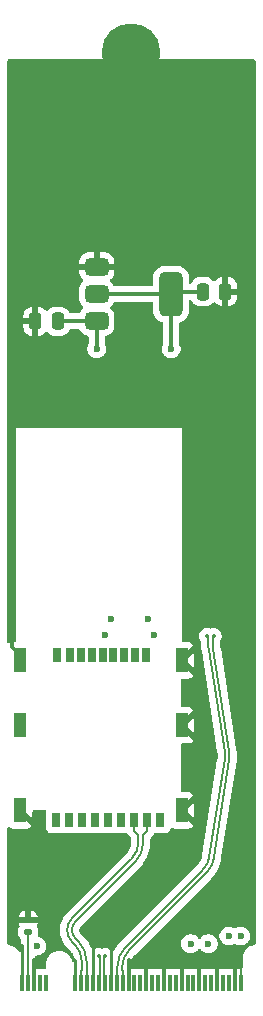
<source format=gtl>
%TF.GenerationSoftware,KiCad,Pcbnew,9.0.1*%
%TF.CreationDate,2025-04-25T13:26:33+02:00*%
%TF.ProjectId,m2-e-usdex,6d322d65-2d75-4736-9465-782e6b696361,rev?*%
%TF.SameCoordinates,Original*%
%TF.FileFunction,Copper,L1,Top*%
%TF.FilePolarity,Positive*%
%FSLAX46Y46*%
G04 Gerber Fmt 4.6, Leading zero omitted, Abs format (unit mm)*
G04 Created by KiCad (PCBNEW 9.0.1) date 2025-04-25 13:26:33*
%MOMM*%
%LPD*%
G01*
G04 APERTURE LIST*
G04 Aperture macros list*
%AMRoundRect*
0 Rectangle with rounded corners*
0 $1 Rounding radius*
0 $2 $3 $4 $5 $6 $7 $8 $9 X,Y pos of 4 corners*
0 Add a 4 corners polygon primitive as box body*
4,1,4,$2,$3,$4,$5,$6,$7,$8,$9,$2,$3,0*
0 Add four circle primitives for the rounded corners*
1,1,$1+$1,$2,$3*
1,1,$1+$1,$4,$5*
1,1,$1+$1,$6,$7*
1,1,$1+$1,$8,$9*
0 Add four rect primitives between the rounded corners*
20,1,$1+$1,$2,$3,$4,$5,0*
20,1,$1+$1,$4,$5,$6,$7,0*
20,1,$1+$1,$6,$7,$8,$9,0*
20,1,$1+$1,$8,$9,$2,$3,0*%
G04 Aperture macros list end*
%TA.AperFunction,SMDPad,CuDef*%
%ADD10RoundRect,0.250000X-0.250000X-0.475000X0.250000X-0.475000X0.250000X0.475000X-0.250000X0.475000X0*%
%TD*%
%TA.AperFunction,SMDPad,CuDef*%
%ADD11RoundRect,0.135000X-0.185000X0.135000X-0.185000X-0.135000X0.185000X-0.135000X0.185000X0.135000X0*%
%TD*%
%TA.AperFunction,SMDPad,CuDef*%
%ADD12RoundRect,0.375000X-0.625000X-0.375000X0.625000X-0.375000X0.625000X0.375000X-0.625000X0.375000X0*%
%TD*%
%TA.AperFunction,SMDPad,CuDef*%
%ADD13RoundRect,0.500000X-0.500000X-1.400000X0.500000X-1.400000X0.500000X1.400000X-0.500000X1.400000X0*%
%TD*%
%TA.AperFunction,ConnectorPad*%
%ADD14R,0.350000X1.450000*%
%TD*%
%TA.AperFunction,ConnectorPad*%
%ADD15C,5.000000*%
%TD*%
%TA.AperFunction,SMDPad,CuDef*%
%ADD16RoundRect,0.250000X0.250000X0.475000X-0.250000X0.475000X-0.250000X-0.475000X0.250000X-0.475000X0*%
%TD*%
%TA.AperFunction,SMDPad,CuDef*%
%ADD17R,0.700000X1.200000*%
%TD*%
%TA.AperFunction,SMDPad,CuDef*%
%ADD18R,1.100000X2.100000*%
%TD*%
%TA.AperFunction,ViaPad*%
%ADD19C,0.600000*%
%TD*%
%TA.AperFunction,ViaPad*%
%ADD20C,0.350000*%
%TD*%
%TA.AperFunction,Conductor*%
%ADD21C,0.350000*%
%TD*%
%TA.AperFunction,Conductor*%
%ADD22C,0.250000*%
%TD*%
%TA.AperFunction,Conductor*%
%ADD23C,0.200000*%
%TD*%
%TA.AperFunction,Conductor*%
%ADD24C,0.205232*%
%TD*%
G04 APERTURE END LIST*
D10*
%TO.P,C2,1*%
%TO.N,+1V8*%
X275300000Y-76950000D03*
%TO.P,C2,2*%
%TO.N,GND*%
X277200000Y-76950000D03*
%TD*%
D11*
%TO.P,R1,1*%
%TO.N,GND*%
X260500000Y-130130000D03*
%TO.P,R1,2*%
%TO.N,Net-(J1-VIO_CFG{slash}GND)*%
X260500000Y-131150000D03*
%TD*%
D12*
%TO.P,U1,1,GND*%
%TO.N,GND*%
X266300000Y-74850000D03*
%TO.P,U1,2,VO*%
%TO.N,+1V8*%
X266300000Y-77150000D03*
D13*
X272600000Y-77150000D03*
D12*
%TO.P,U1,3,VI*%
%TO.N,+3V3*%
X266300000Y-79450000D03*
%TD*%
D14*
%TO.P,J1,1,GND*%
%TO.N,GND*%
X278500000Y-135500000D03*
%TO.P,J1,3,GND*%
X278000000Y-135500000D03*
%TO.P,J1,5,PETn3*%
%TO.N,unconnected-(J1-PETn3-Pad5)*%
X277500000Y-135500000D03*
%TO.P,J1,7,PETp3*%
%TO.N,unconnected-(J1-PETp3-Pad7)*%
X277000000Y-135500000D03*
%TO.P,J1,9,GND*%
%TO.N,GND*%
X276500000Y-135500000D03*
%TO.P,J1,11,PERn3*%
%TO.N,unconnected-(J1-PERn3-Pad11)*%
X276000000Y-135500000D03*
%TO.P,J1,13,PERp3*%
%TO.N,unconnected-(J1-PERp3-Pad13)*%
X275500000Y-135500000D03*
%TO.P,J1,15,GND*%
%TO.N,GND*%
X275000000Y-135500000D03*
%TO.P,J1,17,PETn2*%
%TO.N,unconnected-(J1-PETn2-Pad17)*%
X274500000Y-135500000D03*
%TO.P,J1,19,PETp2*%
%TO.N,unconnected-(J1-PETp2-Pad19)*%
X274000000Y-135500000D03*
%TO.P,J1,21,GND*%
%TO.N,GND*%
X273500000Y-135500000D03*
%TO.P,J1,23,PERn2*%
%TO.N,unconnected-(J1-PERn2-Pad23)*%
X273000000Y-135500000D03*
%TO.P,J1,25,PERp2*%
%TO.N,unconnected-(J1-PERp2-Pad25)*%
X272500000Y-135500000D03*
%TO.P,J1,27,GND*%
%TO.N,GND*%
X272000000Y-135500000D03*
%TO.P,J1,29,PETn1*%
%TO.N,unconnected-(J1-PETn1-Pad29)*%
X271500000Y-135500000D03*
%TO.P,J1,31,PETp1*%
%TO.N,unconnected-(J1-PETp1-Pad31)*%
X271000000Y-135500000D03*
%TO.P,J1,33,GND*%
%TO.N,GND*%
X270500000Y-135500000D03*
%TO.P,J1,35,PERn1*%
%TO.N,unconnected-(J1-PERn1-Pad35)*%
X270000000Y-135500000D03*
%TO.P,J1,37,PERp1*%
%TO.N,unconnected-(J1-PERp1-Pad37)*%
X269500000Y-135500000D03*
%TO.P,J1,39,GND*%
%TO.N,GND*%
X269000000Y-135500000D03*
%TO.P,J1,41,PETn0/SATA-B+*%
%TO.N,PCIe_RX-*%
X268500000Y-135500000D03*
%TO.P,J1,43,PETp0/SATA-B-*%
%TO.N,PCIe_RX+*%
X268000000Y-135500000D03*
%TO.P,J1,45,GND*%
%TO.N,GND*%
X267500000Y-135500000D03*
%TO.P,J1,47,PERn0/SATA-A-*%
%TO.N,PCIe_TX-*%
X267000000Y-135500000D03*
%TO.P,J1,49,PERp0/SATA-A+*%
%TO.N,PCIe_TX+*%
X266500000Y-135500000D03*
%TO.P,J1,51,GND*%
%TO.N,GND*%
X266000000Y-135500000D03*
%TO.P,J1,53,REFCLKn*%
%TO.N,REFCLK-*%
X265500000Y-135500000D03*
%TO.P,J1,55,REFCLKp*%
%TO.N,REFCLK+*%
X265000000Y-135500000D03*
%TO.P,J1,57,GND*%
%TO.N,GND*%
X264500000Y-135500000D03*
%TO.P,J1,67,NC*%
%TO.N,unconnected-(J1-NC-Pad67)*%
X262000000Y-135500000D03*
%TO.P,J1,69,PEDET*%
%TO.N,unconnected-(J1-PEDET-Pad69)*%
X261500000Y-135500000D03*
%TO.P,J1,71,GND*%
%TO.N,GND*%
X261000000Y-135500000D03*
%TO.P,J1,73,VIO_CFG/GND*%
%TO.N,Net-(J1-VIO_CFG{slash}GND)*%
X260500000Y-135500000D03*
%TO.P,J1,75,GND*%
%TO.N,GND*%
X260000000Y-135500000D03*
D15*
%TO.P,J1,76,GND*%
X269250000Y-56775000D03*
%TD*%
D16*
%TO.P,C1,1*%
%TO.N,+3V3*%
X263000000Y-79450000D03*
%TO.P,C1,2*%
%TO.N,GND*%
X261100000Y-79450000D03*
%TD*%
D17*
%TO.P,J2,1,~{CLKREQ}/DAT2*%
%TO.N,~{CLKREQ}*%
X262890000Y-121700000D03*
%TO.P,J2,2,~{PERST}/DAT3/CD*%
%TO.N,~{PERST}*%
X263990000Y-121700000D03*
%TO.P,J2,3,CMD*%
%TO.N,unconnected-(J2-CMD-Pad3)*%
X265090000Y-121700000D03*
%TO.P,J2,4,3V3*%
%TO.N,+3V3*%
X266190000Y-121700000D03*
%TO.P,J2,5,CLK*%
%TO.N,unconnected-(J2-CLK-Pad5)*%
X267290000Y-121700000D03*
D18*
%TO.P,J2,6,VSS1*%
%TO.N,GND*%
X273500000Y-120850000D03*
X273500000Y-113650000D03*
X273500000Y-108150000D03*
D17*
X268390000Y-121700000D03*
D18*
X259800000Y-120850000D03*
X259800000Y-113650000D03*
X259800000Y-108150000D03*
D17*
%TO.P,J2,7,REFCLK+/DAT0*%
%TO.N,REFCLK+*%
X269490000Y-121700000D03*
%TO.P,J2,8,REFCLK-/DAT1*%
%TO.N,REFCLK-*%
X270590000Y-121700000D03*
%TO.P,J2,9,1V8*%
%TO.N,+1V8*%
X262930000Y-107700000D03*
%TO.P,J2,10,VSS2*%
%TO.N,GND*%
X264990000Y-107700000D03*
%TO.P,J2,11,PCIe_TX+*%
%TO.N,PCIe_TX+*%
X265900000Y-107700000D03*
%TO.P,J2,12,PCIe_TX-*%
%TO.N,PCIe_TX-*%
X266810000Y-107700000D03*
%TO.P,J2,13,VSS3*%
%TO.N,GND*%
X267720000Y-107700000D03*
%TO.P,J2,14,PCIe_RX-*%
%TO.N,PCIe_RX_CARD-*%
X268630000Y-107700000D03*
%TO.P,J2,15,PCIe_RX+*%
%TO.N,PCIe_RX_CARD+*%
X269540000Y-107700000D03*
%TO.P,J2,16,VSS4*%
%TO.N,GND*%
X270450000Y-107700000D03*
%TO.P,J2,17,1V2*%
%TO.N,Net-(J2-1V2)*%
X264080000Y-107700000D03*
%TO.P,J2,18,DET*%
%TO.N,unconnected-(J2-DET-Pad18)*%
X271690000Y-121700000D03*
%TD*%
D19*
%TO.N,GND*%
X259200000Y-84000000D03*
X279000000Y-58000000D03*
X279000000Y-128000000D03*
X273000000Y-58000000D03*
X267720000Y-107700000D03*
X259200000Y-62000000D03*
X259200000Y-80000000D03*
X259200000Y-70000000D03*
X259500000Y-128000000D03*
X264990000Y-107700000D03*
X279000000Y-104000000D03*
X279000000Y-64000000D03*
X259200000Y-98000000D03*
X259200000Y-100000000D03*
X279000000Y-126000000D03*
X279000000Y-120000000D03*
X259200000Y-96000000D03*
X279000000Y-60000000D03*
X259200000Y-78000000D03*
X267030000Y-106000000D03*
D20*
X270500000Y-133550000D03*
D19*
X279000000Y-78000000D03*
D20*
X260000000Y-132350000D03*
D19*
X279000000Y-72000000D03*
X279000000Y-112000000D03*
X259200000Y-86000000D03*
X279000000Y-68000000D03*
X279000000Y-80000000D03*
X259200000Y-60000000D03*
X279000000Y-70000000D03*
X279000000Y-62000000D03*
X279000000Y-98000000D03*
X279000000Y-76000000D03*
X279000000Y-86000000D03*
X259800000Y-113650000D03*
X279000000Y-106000000D03*
X279000000Y-90000000D03*
D20*
X273500000Y-133550000D03*
D19*
X259200000Y-66000000D03*
X259200000Y-82000000D03*
X259800000Y-120850000D03*
X279000000Y-92000000D03*
D20*
X269000000Y-133550000D03*
D19*
X279000000Y-66000000D03*
X279000000Y-100000000D03*
X259200000Y-92000000D03*
X279000000Y-102000000D03*
X279000000Y-84000000D03*
X270450000Y-107700000D03*
X279000000Y-122000000D03*
X279000000Y-118000000D03*
X279000000Y-110000000D03*
X259200000Y-76000000D03*
X279000000Y-96000000D03*
X259500000Y-124000000D03*
X279000000Y-124000000D03*
X259200000Y-104000000D03*
X259200000Y-72000000D03*
X271140000Y-106000000D03*
X275000000Y-58000000D03*
X259200000Y-94000000D03*
X279000000Y-74000000D03*
D20*
X261900000Y-133100000D03*
D19*
X279000000Y-88000000D03*
X279000000Y-94000000D03*
D20*
X272000000Y-133550000D03*
D19*
X263000000Y-58000000D03*
X261000000Y-58000000D03*
X279000000Y-82000000D03*
X259200000Y-74000000D03*
X259800000Y-108150000D03*
X270640000Y-104700000D03*
D20*
X276500000Y-133550000D03*
D19*
X259200000Y-88000000D03*
X265000000Y-58000000D03*
X268390000Y-121700000D03*
X267530000Y-104700000D03*
X279000000Y-114000000D03*
X259200000Y-68000000D03*
X259200000Y-90000000D03*
X259200000Y-58000000D03*
X259500000Y-126000000D03*
X279000000Y-130000000D03*
X259200000Y-102000000D03*
X259200000Y-64000000D03*
X279000000Y-108000000D03*
X277000000Y-58000000D03*
%TO.N,+3V3*%
X275750000Y-132150000D03*
X266300000Y-81800000D03*
X274250000Y-132150000D03*
X266190000Y-121700000D03*
X277500000Y-131500000D03*
X261250000Y-132350000D03*
X278500000Y-131500000D03*
%TO.N,~{CLKREQ}*%
X262890000Y-121700000D03*
%TO.N,~{PERST}*%
X263990000Y-121700000D03*
%TO.N,+1V8*%
X262930000Y-107700000D03*
X272600000Y-81800000D03*
%TO.N,Net-(J2-1V2)*%
X264080000Y-107700000D03*
D20*
%TO.N,PCIe_RX_CARD-*%
X268630000Y-107700000D03*
%TO.N,PCIe_RX-*%
X276206600Y-106100000D03*
%TO.N,PCIe_RX+*%
X275653400Y-106100000D03*
%TO.N,PCIe_RX_CARD+*%
X269540000Y-107700000D03*
%TO.N,PCIe_TX+*%
X266473400Y-133200000D03*
X265900000Y-107700000D03*
%TO.N,PCIe_TX-*%
X266810000Y-107700000D03*
X267026600Y-133200000D03*
%TD*%
D21*
%TO.N,GND*%
X275000000Y-135500000D02*
X275000000Y-133550000D01*
D22*
X264500000Y-135500000D02*
X264500000Y-133500000D01*
D21*
X273500000Y-135500000D02*
X273500000Y-133550000D01*
X276500000Y-135500000D02*
X276500000Y-133550000D01*
D22*
X266000000Y-135500000D02*
X266000000Y-130500000D01*
D21*
X259800000Y-108150000D02*
X259800000Y-107700000D01*
D22*
X267500000Y-135500000D02*
X267500000Y-132000000D01*
D23*
X260000000Y-132350000D02*
X259990000Y-132340000D01*
D21*
X278000000Y-135500000D02*
X278000000Y-133550000D01*
D22*
X266000000Y-130500000D02*
X266750000Y-129750000D01*
D21*
X272000000Y-135500000D02*
X272000000Y-133550000D01*
X259100000Y-107000000D02*
X259100000Y-106000000D01*
D22*
X260000000Y-135500000D02*
X260000000Y-132350000D01*
D21*
X259250000Y-107150000D02*
X259100000Y-107000000D01*
D23*
X278500000Y-135500000D02*
X278500000Y-133550000D01*
D21*
X261000000Y-135500000D02*
X261000000Y-133550000D01*
X269000000Y-135500000D02*
X269000000Y-133550000D01*
X270500000Y-135500000D02*
X270500000Y-133550000D01*
X259800000Y-107700000D02*
X259250000Y-107150000D01*
D24*
%TO.N,REFCLK-*%
X270590000Y-122600001D02*
X270590000Y-121700000D01*
X264204216Y-131001196D02*
X264204216Y-130998804D01*
X264748802Y-131959996D02*
X264497109Y-131708303D01*
X265500000Y-134412499D02*
X265454216Y-134366715D01*
X270244216Y-122945785D02*
X270590000Y-122600001D01*
X265454216Y-134366715D02*
X265454216Y-133663015D01*
X270244216Y-123546985D02*
X270244216Y-122945785D01*
X264497109Y-130291697D02*
X269538803Y-125250003D01*
X265500000Y-135500000D02*
X265500000Y-134412499D01*
X264204216Y-130998804D02*
G75*
G02*
X264497111Y-130291699I999984J4D01*
G01*
X264748802Y-131959996D02*
G75*
G02*
X265454210Y-133663015I-1703002J-1703004D01*
G01*
X264204216Y-131001196D02*
G75*
G03*
X264497111Y-131708301I999984J-4D01*
G01*
X270244216Y-123546985D02*
G75*
G02*
X269538807Y-125250007I-2408416J-15D01*
G01*
D21*
%TO.N,+3V3*%
X266300000Y-79450000D02*
X266300000Y-81800000D01*
X266300000Y-79450000D02*
X263000000Y-79450000D01*
D24*
%TO.N,REFCLK+*%
X263795784Y-131001198D02*
X263795784Y-130998802D01*
X269490000Y-122600001D02*
X269490000Y-121700000D01*
X265000000Y-134412499D02*
X265045784Y-134366715D01*
X269835784Y-123546983D02*
X269835784Y-122945785D01*
X265045784Y-134366715D02*
X265045784Y-133663017D01*
X265000000Y-135500000D02*
X265000000Y-134412499D01*
X264208304Y-130002890D02*
X269249998Y-124961196D01*
X269835784Y-122945785D02*
X269490000Y-122600001D01*
X264459997Y-132248803D02*
X264208304Y-131997110D01*
X263795784Y-130998802D02*
G75*
G02*
X264208306Y-130002892I1408416J2D01*
G01*
X265045784Y-133663017D02*
G75*
G03*
X264460002Y-132248798I-1999984J17D01*
G01*
X269835784Y-123546983D02*
G75*
G02*
X269250003Y-124961201I-1999984J-17D01*
G01*
X263795784Y-131001198D02*
G75*
G03*
X264208306Y-131997108I1408416J-2D01*
G01*
D23*
%TO.N,Net-(J1-VIO_CFG{slash}GND)*%
X260500000Y-135500000D02*
X260500000Y-131150000D01*
D21*
%TO.N,+1V8*%
X272600000Y-77150000D02*
X272600000Y-81800000D01*
D23*
X272600000Y-77150000D02*
X272800000Y-76950000D01*
D21*
X266300000Y-77150000D02*
X272600000Y-77150000D01*
X275300000Y-76950000D02*
X272800000Y-76950000D01*
D23*
X273000000Y-77150000D02*
X272600000Y-77150000D01*
D24*
%TO.N,PCIe_RX-*%
X268500000Y-134412499D02*
X268454216Y-134366715D01*
X276182285Y-107180956D02*
X277541764Y-115870963D01*
X269039831Y-132708833D02*
X275579269Y-126167810D01*
X276134217Y-106562709D02*
X276134217Y-106172383D01*
X268454216Y-134366715D02*
X268454216Y-134122875D01*
X276255534Y-124837250D02*
X277541764Y-116615467D01*
X276134217Y-106172383D02*
X276206600Y-106100000D01*
X268500000Y-135500000D02*
X268500000Y-134412499D01*
X269039831Y-132708833D02*
G75*
G03*
X268454194Y-134122875I1414369J-1414067D01*
G01*
X275579269Y-126167810D02*
G75*
G03*
X276255521Y-124837248I-1703269J1702810D01*
G01*
X276182285Y-107180956D02*
G75*
G02*
X276134215Y-106562709I3951815J618256D01*
G01*
X277541764Y-115870963D02*
G75*
G02*
X277541759Y-116615466I-2379464J-372237D01*
G01*
%TO.N,PCIe_RX+*%
X275725783Y-106172383D02*
X275653400Y-106100000D01*
X268000000Y-134412499D02*
X268045784Y-134366715D01*
X268000000Y-135500000D02*
X268000000Y-134412499D01*
X275778759Y-107244071D02*
X277138240Y-115934091D01*
X268045784Y-134366715D02*
X268045784Y-134123015D01*
X275851690Y-124776167D02*
X277138240Y-116552339D01*
X268751198Y-132419996D02*
X275289938Y-125881256D01*
X275725783Y-106562696D02*
X275725783Y-106172383D01*
X275851690Y-124776167D02*
G75*
G02*
X275289926Y-125881244I-1975990J309167D01*
G01*
X275778759Y-107244071D02*
G75*
G02*
X275725784Y-106562696I4355441J681371D01*
G01*
X268045784Y-134123015D02*
G75*
G02*
X268751194Y-132419992I2408416J15D01*
G01*
X277138240Y-115934091D02*
G75*
G02*
X277138235Y-116552338I-1975940J-309109D01*
G01*
%TO.N,PCIe_TX+*%
X266545783Y-133272383D02*
X266473400Y-133200000D01*
X266500000Y-135500000D02*
X266545783Y-135454217D01*
X266545783Y-135454217D02*
X266545783Y-133272383D01*
%TO.N,PCIe_TX-*%
X267000000Y-135500000D02*
X266954217Y-135454217D01*
X266954217Y-135454217D02*
X266954217Y-133272383D01*
X266954217Y-133272383D02*
X267026600Y-133200000D01*
%TD*%
%TA.AperFunction,Conductor*%
%TO.N,GND*%
G36*
X267025864Y-57295185D02*
G01*
X267071619Y-57347989D01*
X267078929Y-57368662D01*
X267105416Y-57471822D01*
X267209655Y-57735102D01*
X267209659Y-57735110D01*
X267346078Y-57983256D01*
X267346090Y-57983274D01*
X267512524Y-58212350D01*
X267512532Y-58212360D01*
X267706379Y-58418786D01*
X267924578Y-58599296D01*
X268071711Y-58692669D01*
X268163670Y-58751028D01*
X268419898Y-58871599D01*
X268689217Y-58959107D01*
X268967380Y-59012169D01*
X268967385Y-59012169D01*
X268967390Y-59012170D01*
X269249995Y-59029950D01*
X269250000Y-59029950D01*
X269250005Y-59029950D01*
X269532609Y-59012170D01*
X269532612Y-59012169D01*
X269532620Y-59012169D01*
X269810783Y-58959107D01*
X270080102Y-58871599D01*
X270336330Y-58751028D01*
X270575426Y-58599293D01*
X270793619Y-58418788D01*
X270987469Y-58212359D01*
X271153917Y-57983263D01*
X271290340Y-57735111D01*
X271306504Y-57694287D01*
X271394583Y-57471822D01*
X271394585Y-57471818D01*
X271421071Y-57368661D01*
X271456809Y-57308624D01*
X271519333Y-57277439D01*
X271541175Y-57275500D01*
X279625500Y-57275500D01*
X279692539Y-57295185D01*
X279738294Y-57347989D01*
X279749500Y-57399500D01*
X279749500Y-132153563D01*
X279729815Y-132220602D01*
X279677011Y-132266357D01*
X279647032Y-132275679D01*
X279464082Y-132307937D01*
X279283134Y-132373797D01*
X279283127Y-132373800D01*
X279116369Y-132470078D01*
X279116366Y-132470080D01*
X278968855Y-132593855D01*
X278845080Y-132741366D01*
X278845078Y-132741369D01*
X278748800Y-132908127D01*
X278748797Y-132908134D01*
X278682937Y-133089082D01*
X278649500Y-133278716D01*
X278649500Y-134151000D01*
X278629815Y-134218039D01*
X278577011Y-134263794D01*
X278525500Y-134275000D01*
X278277167Y-134275000D01*
X278263253Y-134276496D01*
X278236747Y-134276496D01*
X278222832Y-134275000D01*
X277777169Y-134275000D01*
X277765594Y-134276244D01*
X277739100Y-134276243D01*
X277722889Y-134274501D01*
X277722875Y-134274500D01*
X277722873Y-134274500D01*
X277722870Y-134274500D01*
X277277133Y-134274500D01*
X277277121Y-134274501D01*
X277263248Y-134275992D01*
X277236756Y-134275991D01*
X277222889Y-134274501D01*
X277222875Y-134274500D01*
X277222873Y-134274500D01*
X277222870Y-134274500D01*
X276777130Y-134274500D01*
X276777116Y-134274501D01*
X276760906Y-134276244D01*
X276734404Y-134276244D01*
X276722835Y-134275000D01*
X276277169Y-134275000D01*
X276265594Y-134276244D01*
X276239100Y-134276243D01*
X276222889Y-134274501D01*
X276222875Y-134274500D01*
X276222873Y-134274500D01*
X276222870Y-134274500D01*
X275777133Y-134274500D01*
X275777121Y-134274501D01*
X275763248Y-134275992D01*
X275736756Y-134275991D01*
X275722889Y-134274501D01*
X275722875Y-134274500D01*
X275722873Y-134274500D01*
X275722870Y-134274500D01*
X275277130Y-134274500D01*
X275277116Y-134274501D01*
X275260906Y-134276244D01*
X275234404Y-134276244D01*
X275222835Y-134275000D01*
X274777169Y-134275000D01*
X274765594Y-134276244D01*
X274739100Y-134276243D01*
X274722889Y-134274501D01*
X274722875Y-134274500D01*
X274722873Y-134274500D01*
X274722870Y-134274500D01*
X274277133Y-134274500D01*
X274277121Y-134274501D01*
X274263248Y-134275992D01*
X274236756Y-134275991D01*
X274222889Y-134274501D01*
X274222875Y-134274500D01*
X274222873Y-134274500D01*
X274222870Y-134274500D01*
X273777130Y-134274500D01*
X273777116Y-134274501D01*
X273760906Y-134276244D01*
X273734404Y-134276244D01*
X273722835Y-134275000D01*
X273277169Y-134275000D01*
X273265594Y-134276244D01*
X273239100Y-134276243D01*
X273222889Y-134274501D01*
X273222875Y-134274500D01*
X273222873Y-134274500D01*
X273222870Y-134274500D01*
X272777133Y-134274500D01*
X272777121Y-134274501D01*
X272763248Y-134275992D01*
X272736756Y-134275991D01*
X272722889Y-134274501D01*
X272722875Y-134274500D01*
X272722873Y-134274500D01*
X272722870Y-134274500D01*
X272277130Y-134274500D01*
X272277116Y-134274501D01*
X272260906Y-134276244D01*
X272234404Y-134276244D01*
X272222835Y-134275000D01*
X271777169Y-134275000D01*
X271765594Y-134276244D01*
X271739100Y-134276243D01*
X271722889Y-134274501D01*
X271722875Y-134274500D01*
X271722873Y-134274500D01*
X271722870Y-134274500D01*
X271277133Y-134274500D01*
X271277121Y-134274501D01*
X271263248Y-134275992D01*
X271236756Y-134275991D01*
X271222889Y-134274501D01*
X271222875Y-134274500D01*
X271222873Y-134274500D01*
X271222870Y-134274500D01*
X270777130Y-134274500D01*
X270777116Y-134274501D01*
X270760906Y-134276244D01*
X270734404Y-134276244D01*
X270722835Y-134275000D01*
X270277169Y-134275000D01*
X270265594Y-134276244D01*
X270239100Y-134276243D01*
X270222889Y-134274501D01*
X270222875Y-134274500D01*
X270222873Y-134274500D01*
X270222870Y-134274500D01*
X269777133Y-134274500D01*
X269777121Y-134274501D01*
X269763248Y-134275992D01*
X269736756Y-134275991D01*
X269722889Y-134274501D01*
X269722875Y-134274500D01*
X269722873Y-134274500D01*
X269722870Y-134274500D01*
X269277130Y-134274500D01*
X269277116Y-134274501D01*
X269260906Y-134276244D01*
X269243928Y-134276898D01*
X269178969Y-134274944D01*
X269147444Y-134264648D01*
X269115658Y-134255315D01*
X269114392Y-134253854D01*
X269112551Y-134253253D01*
X269091589Y-134227538D01*
X269069903Y-134202511D01*
X269068888Y-134199690D01*
X269068405Y-134199097D01*
X269068280Y-134197999D01*
X269062924Y-134183101D01*
X269061559Y-134178008D01*
X269057332Y-134145907D01*
X269057332Y-134126934D01*
X269057598Y-134118824D01*
X269068749Y-133948696D01*
X269070865Y-133932618D01*
X269082325Y-133875000D01*
X269103336Y-133769359D01*
X269107525Y-133753720D01*
X269161031Y-133596080D01*
X269167226Y-133581122D01*
X269240839Y-133431829D01*
X269248940Y-133417796D01*
X269341404Y-133279391D01*
X269351268Y-133266532D01*
X269463925Y-133138047D01*
X269469454Y-133132144D01*
X269518121Y-133083467D01*
X269518124Y-133083461D01*
X270530187Y-132071153D01*
X273449500Y-132071153D01*
X273449500Y-132228846D01*
X273480261Y-132383489D01*
X273480264Y-132383501D01*
X273540602Y-132529172D01*
X273540609Y-132529185D01*
X273628210Y-132660288D01*
X273628213Y-132660292D01*
X273739707Y-132771786D01*
X273739711Y-132771789D01*
X273870814Y-132859390D01*
X273870827Y-132859397D01*
X274016498Y-132919735D01*
X274016503Y-132919737D01*
X274171153Y-132950499D01*
X274171156Y-132950500D01*
X274171158Y-132950500D01*
X274328844Y-132950500D01*
X274328845Y-132950499D01*
X274483497Y-132919737D01*
X274629179Y-132859394D01*
X274760289Y-132771789D01*
X274871789Y-132660289D01*
X274896379Y-132623488D01*
X274896898Y-132622712D01*
X274950510Y-132577906D01*
X275019835Y-132569199D01*
X275082862Y-132599353D01*
X275103102Y-132622712D01*
X275128207Y-132660284D01*
X275128213Y-132660292D01*
X275239707Y-132771786D01*
X275239711Y-132771789D01*
X275370814Y-132859390D01*
X275370827Y-132859397D01*
X275516498Y-132919735D01*
X275516503Y-132919737D01*
X275671153Y-132950499D01*
X275671156Y-132950500D01*
X275671158Y-132950500D01*
X275828844Y-132950500D01*
X275828845Y-132950499D01*
X275983497Y-132919737D01*
X276129179Y-132859394D01*
X276260289Y-132771789D01*
X276371789Y-132660289D01*
X276459394Y-132529179D01*
X276519737Y-132383497D01*
X276550500Y-132228842D01*
X276550500Y-132071158D01*
X276550500Y-132071155D01*
X276550499Y-132071153D01*
X276535058Y-131993528D01*
X276519737Y-131916503D01*
X276519735Y-131916498D01*
X276459397Y-131770827D01*
X276459390Y-131770814D01*
X276371789Y-131639711D01*
X276371786Y-131639707D01*
X276260289Y-131528210D01*
X276245259Y-131518168D01*
X276129185Y-131440609D01*
X276129172Y-131440602D01*
X276082217Y-131421153D01*
X276699500Y-131421153D01*
X276699500Y-131578846D01*
X276730261Y-131733489D01*
X276730264Y-131733501D01*
X276790602Y-131879172D01*
X276790609Y-131879185D01*
X276878210Y-132010288D01*
X276878213Y-132010292D01*
X276989707Y-132121786D01*
X276989711Y-132121789D01*
X277120814Y-132209390D01*
X277120827Y-132209397D01*
X277258343Y-132266357D01*
X277266503Y-132269737D01*
X277421153Y-132300499D01*
X277421156Y-132300500D01*
X277421158Y-132300500D01*
X277578844Y-132300500D01*
X277578845Y-132300499D01*
X277733497Y-132269737D01*
X277879179Y-132209394D01*
X277931110Y-132174694D01*
X277997785Y-132153816D01*
X278065165Y-132172300D01*
X278068863Y-132174676D01*
X278120821Y-132209394D01*
X278120823Y-132209395D01*
X278120825Y-132209396D01*
X278205942Y-132244652D01*
X278266503Y-132269737D01*
X278421153Y-132300499D01*
X278421156Y-132300500D01*
X278421158Y-132300500D01*
X278578844Y-132300500D01*
X278578845Y-132300499D01*
X278733497Y-132269737D01*
X278879179Y-132209394D01*
X279010289Y-132121789D01*
X279121789Y-132010289D01*
X279209394Y-131879179D01*
X279214491Y-131866875D01*
X279253709Y-131772192D01*
X279269737Y-131733497D01*
X279300500Y-131578842D01*
X279300500Y-131421158D01*
X279300500Y-131421155D01*
X279300499Y-131421153D01*
X279286183Y-131349181D01*
X279269737Y-131266503D01*
X279269735Y-131266498D01*
X279209397Y-131120827D01*
X279209390Y-131120814D01*
X279121789Y-130989711D01*
X279121786Y-130989707D01*
X279010292Y-130878213D01*
X279010288Y-130878210D01*
X278879185Y-130790609D01*
X278879172Y-130790602D01*
X278733501Y-130730264D01*
X278733489Y-130730261D01*
X278578845Y-130699500D01*
X278578842Y-130699500D01*
X278421158Y-130699500D01*
X278421155Y-130699500D01*
X278266510Y-130730261D01*
X278266498Y-130730264D01*
X278120827Y-130790602D01*
X278120814Y-130790609D01*
X278068891Y-130825304D01*
X278002214Y-130846182D01*
X277934833Y-130827698D01*
X277931109Y-130825304D01*
X277879185Y-130790609D01*
X277879172Y-130790602D01*
X277733501Y-130730264D01*
X277733489Y-130730261D01*
X277578845Y-130699500D01*
X277578842Y-130699500D01*
X277421158Y-130699500D01*
X277421155Y-130699500D01*
X277266510Y-130730261D01*
X277266498Y-130730264D01*
X277120827Y-130790602D01*
X277120814Y-130790609D01*
X276989711Y-130878210D01*
X276989707Y-130878213D01*
X276878213Y-130989707D01*
X276878210Y-130989711D01*
X276790609Y-131120814D01*
X276790602Y-131120827D01*
X276730264Y-131266498D01*
X276730261Y-131266510D01*
X276699500Y-131421153D01*
X276082217Y-131421153D01*
X275983501Y-131380264D01*
X275983489Y-131380261D01*
X275828845Y-131349500D01*
X275828842Y-131349500D01*
X275671158Y-131349500D01*
X275671155Y-131349500D01*
X275516510Y-131380261D01*
X275516498Y-131380264D01*
X275370827Y-131440602D01*
X275370814Y-131440609D01*
X275239711Y-131528210D01*
X275239707Y-131528213D01*
X275128213Y-131639707D01*
X275103102Y-131677289D01*
X275049489Y-131722093D01*
X274980164Y-131730800D01*
X274917137Y-131700645D01*
X274896898Y-131677289D01*
X274871786Y-131639707D01*
X274760292Y-131528213D01*
X274760288Y-131528210D01*
X274629185Y-131440609D01*
X274629172Y-131440602D01*
X274483501Y-131380264D01*
X274483489Y-131380261D01*
X274328845Y-131349500D01*
X274328842Y-131349500D01*
X274171158Y-131349500D01*
X274171155Y-131349500D01*
X274016510Y-131380261D01*
X274016498Y-131380264D01*
X273870827Y-131440602D01*
X273870814Y-131440609D01*
X273739711Y-131528210D01*
X273739707Y-131528213D01*
X273628213Y-131639707D01*
X273628210Y-131639711D01*
X273540609Y-131770814D01*
X273540602Y-131770827D01*
X273480264Y-131916498D01*
X273480261Y-131916510D01*
X273449500Y-132071153D01*
X270530187Y-132071153D01*
X275946942Y-126653085D01*
X275954012Y-126646013D01*
X275954019Y-126646010D01*
X275969480Y-126630545D01*
X275969539Y-126630512D01*
X276005802Y-126594228D01*
X276005803Y-126594229D01*
X276117688Y-126482282D01*
X276316792Y-126236193D01*
X276489004Y-125970589D01*
X276632427Y-125688398D01*
X276745480Y-125392727D01*
X276824181Y-125097111D01*
X276826913Y-125086851D01*
X276826915Y-125086842D01*
X276826917Y-125086835D01*
X276839111Y-125008957D01*
X276839130Y-125008917D01*
X276853150Y-124919298D01*
X276862722Y-124858115D01*
X276862721Y-124858114D01*
X276865710Y-124839014D01*
X276865710Y-124839004D01*
X276866158Y-124836141D01*
X278149905Y-116630238D01*
X278149904Y-116630233D01*
X278151294Y-116621351D01*
X278151300Y-116621279D01*
X278155694Y-116593199D01*
X278173817Y-116360113D01*
X278173819Y-116126324D01*
X278155698Y-115893237D01*
X278151331Y-115865318D01*
X278149904Y-115856196D01*
X278149905Y-115856192D01*
X278141352Y-115801521D01*
X278137633Y-115777743D01*
X278124835Y-115695938D01*
X278124832Y-115695930D01*
X276788915Y-107156529D01*
X276778399Y-107089310D01*
X276777948Y-107086159D01*
X276755908Y-106916682D01*
X276755246Y-106910304D01*
X276742124Y-106741546D01*
X276741792Y-106735140D01*
X276737374Y-106564369D01*
X276737333Y-106561162D01*
X276737333Y-106559184D01*
X276757018Y-106492145D01*
X276758231Y-106490293D01*
X276767781Y-106476000D01*
X276805220Y-106419969D01*
X276856140Y-106297036D01*
X276882100Y-106166531D01*
X276882100Y-106033469D01*
X276882100Y-106033466D01*
X276856141Y-105902969D01*
X276856140Y-105902968D01*
X276856140Y-105902964D01*
X276805220Y-105780031D01*
X276731295Y-105669394D01*
X276731292Y-105669390D01*
X276637209Y-105575307D01*
X276637201Y-105575301D01*
X276526579Y-105501386D01*
X276526572Y-105501382D01*
X276526569Y-105501380D01*
X276526565Y-105501378D01*
X276526561Y-105501376D01*
X276403640Y-105450461D01*
X276403630Y-105450458D01*
X276273133Y-105424500D01*
X276273131Y-105424500D01*
X276140069Y-105424500D01*
X276140067Y-105424500D01*
X276009570Y-105450458D01*
X276009566Y-105450459D01*
X276009564Y-105450460D01*
X275977448Y-105463762D01*
X275907982Y-105471230D01*
X275882556Y-105463764D01*
X275850436Y-105450460D01*
X275850429Y-105450458D01*
X275719933Y-105424500D01*
X275719931Y-105424500D01*
X275586869Y-105424500D01*
X275586867Y-105424500D01*
X275456369Y-105450458D01*
X275456359Y-105450461D01*
X275333438Y-105501376D01*
X275333420Y-105501386D01*
X275222798Y-105575301D01*
X275222790Y-105575307D01*
X275128707Y-105669390D01*
X275128701Y-105669398D01*
X275054786Y-105780020D01*
X275054776Y-105780038D01*
X275003861Y-105902959D01*
X275003858Y-105902969D01*
X274977900Y-106033466D01*
X274977900Y-106033469D01*
X274977900Y-106166531D01*
X274977900Y-106166533D01*
X274977899Y-106166533D01*
X275003858Y-106297030D01*
X275003861Y-106297040D01*
X275054780Y-106419969D01*
X275054781Y-106419971D01*
X275101769Y-106490293D01*
X275107419Y-106508339D01*
X275117644Y-106524249D01*
X275122095Y-106555208D01*
X275122647Y-106556970D01*
X275122667Y-106559184D01*
X275122667Y-106572679D01*
X275122655Y-106692326D01*
X275122656Y-106692361D01*
X275136061Y-106951292D01*
X275136062Y-106951309D01*
X275162837Y-107209190D01*
X275162839Y-107209200D01*
X275181951Y-107331285D01*
X275181953Y-107331297D01*
X276530307Y-115950196D01*
X276530308Y-115950201D01*
X276541873Y-116024127D01*
X276542700Y-116030488D01*
X276556623Y-116164599D01*
X276557286Y-116177403D01*
X276557286Y-116309013D01*
X276556623Y-116321821D01*
X276542687Y-116456025D01*
X276541860Y-116462381D01*
X276531053Y-116531466D01*
X276531053Y-116531468D01*
X275261463Y-124646886D01*
X275261462Y-124646890D01*
X275256424Y-124679086D01*
X275254974Y-124686761D01*
X275219424Y-124847075D01*
X275215089Y-124862080D01*
X275160988Y-125012973D01*
X275154801Y-125027315D01*
X275082159Y-125170212D01*
X275074219Y-125183661D01*
X274984191Y-125316293D01*
X274974623Y-125328638D01*
X274865861Y-125452050D01*
X274860513Y-125457745D01*
X274811688Y-125506570D01*
X268361054Y-131957205D01*
X268361038Y-131957213D01*
X268220106Y-132098144D01*
X268220105Y-132098145D01*
X268032400Y-132326865D01*
X268032390Y-132326879D01*
X267868009Y-132572893D01*
X267867998Y-132572911D01*
X267766422Y-132762948D01*
X267717460Y-132812792D01*
X267649322Y-132828253D01*
X267583642Y-132804421D01*
X267553958Y-132773380D01*
X267551293Y-132769391D01*
X267457209Y-132675307D01*
X267457201Y-132675301D01*
X267346579Y-132601386D01*
X267346572Y-132601382D01*
X267346569Y-132601380D01*
X267346565Y-132601378D01*
X267346561Y-132601376D01*
X267223640Y-132550461D01*
X267223630Y-132550458D01*
X267093133Y-132524500D01*
X267093131Y-132524500D01*
X266960069Y-132524500D01*
X266960067Y-132524500D01*
X266829570Y-132550458D01*
X266829566Y-132550459D01*
X266829564Y-132550460D01*
X266797448Y-132563762D01*
X266727982Y-132571230D01*
X266702556Y-132563764D01*
X266670436Y-132550460D01*
X266670429Y-132550458D01*
X266539933Y-132524500D01*
X266539931Y-132524500D01*
X266406869Y-132524500D01*
X266406867Y-132524500D01*
X266276369Y-132550458D01*
X266276359Y-132550461D01*
X266153438Y-132601376D01*
X266153427Y-132601382D01*
X266053712Y-132668009D01*
X265987034Y-132688886D01*
X265919654Y-132670401D01*
X265872965Y-132618421D01*
X265870261Y-132612358D01*
X265794247Y-132428844D01*
X265771473Y-132373861D01*
X265636737Y-132121786D01*
X265631995Y-132112915D01*
X265631994Y-132112913D01*
X265631989Y-132112904D01*
X265467598Y-131866875D01*
X265467594Y-131866869D01*
X265356838Y-131731913D01*
X265279884Y-131638144D01*
X265230434Y-131588694D01*
X265175268Y-131533528D01*
X265175269Y-131533528D01*
X265123487Y-131481746D01*
X265123485Y-131481744D01*
X265050326Y-131408585D01*
X264985568Y-131343827D01*
X264985566Y-131343824D01*
X264975356Y-131333614D01*
X264929312Y-131287570D01*
X264918624Y-131275383D01*
X264911806Y-131266498D01*
X264870439Y-131212587D01*
X264854254Y-131184554D01*
X264827100Y-131118999D01*
X264818722Y-131087732D01*
X264809303Y-131016184D01*
X264809303Y-130983829D01*
X264818724Y-130912264D01*
X264827102Y-130881001D01*
X264831106Y-130871336D01*
X264854256Y-130815444D01*
X264870442Y-130787412D01*
X264891008Y-130760611D01*
X264918637Y-130724604D01*
X264929324Y-130712417D01*
X264975356Y-130666386D01*
X264975356Y-130666384D01*
X264985561Y-130656180D01*
X264985565Y-130656175D01*
X269928946Y-125712794D01*
X269928965Y-125712783D01*
X269965274Y-125676474D01*
X269965275Y-125676475D01*
X270069890Y-125571860D01*
X270197543Y-125416313D01*
X270257598Y-125343137D01*
X270257599Y-125343134D01*
X270257605Y-125343128D01*
X270421995Y-125097099D01*
X270561479Y-124836141D01*
X270674713Y-124562768D01*
X270760606Y-124279613D01*
X270818332Y-123989401D01*
X270847333Y-123694930D01*
X270847332Y-123546981D01*
X270847332Y-123473750D01*
X270847332Y-123246966D01*
X270867017Y-123179927D01*
X270883651Y-123159285D01*
X271072613Y-122970323D01*
X271137392Y-122858120D01*
X271187955Y-122809908D01*
X271256562Y-122796684D01*
X271257949Y-122796825D01*
X271292127Y-122800500D01*
X272087872Y-122800499D01*
X272147483Y-122794091D01*
X272282331Y-122743796D01*
X272397546Y-122657546D01*
X272483796Y-122542331D01*
X272533364Y-122409431D01*
X272575235Y-122353498D01*
X272640699Y-122329081D01*
X272699035Y-122341770D01*
X272699601Y-122340254D01*
X272842620Y-122393596D01*
X272842627Y-122393598D01*
X272902155Y-122399999D01*
X272902172Y-122400000D01*
X274097828Y-122400000D01*
X274097844Y-122399999D01*
X274157372Y-122393598D01*
X274157379Y-122393596D01*
X274292086Y-122343354D01*
X274292088Y-122343352D01*
X274407186Y-122257190D01*
X274407187Y-122257189D01*
X274469885Y-122173436D01*
X273410905Y-121114456D01*
X273377420Y-121053133D01*
X273382404Y-120983441D01*
X273410905Y-120939093D01*
X273499999Y-120849999D01*
X273853552Y-120849999D01*
X273853552Y-120850000D01*
X274549999Y-121546448D01*
X274550000Y-121546447D01*
X274550000Y-120153552D01*
X274549999Y-120153551D01*
X273853552Y-120849999D01*
X273499999Y-120849999D01*
X273410905Y-120760905D01*
X273377420Y-120699582D01*
X273382404Y-120629890D01*
X273410905Y-120585543D01*
X274469884Y-119526563D01*
X274407186Y-119442809D01*
X274292093Y-119356649D01*
X274292086Y-119356645D01*
X274157379Y-119306403D01*
X274157372Y-119306401D01*
X274097844Y-119300000D01*
X273524000Y-119300000D01*
X273456961Y-119280315D01*
X273411206Y-119227511D01*
X273400000Y-119176000D01*
X273400000Y-115324000D01*
X273419685Y-115256961D01*
X273472489Y-115211206D01*
X273524000Y-115200000D01*
X274097828Y-115200000D01*
X274097844Y-115199999D01*
X274157372Y-115193598D01*
X274157379Y-115193596D01*
X274292086Y-115143354D01*
X274292088Y-115143352D01*
X274407186Y-115057190D01*
X274407187Y-115057189D01*
X274469885Y-114973436D01*
X273410905Y-113914456D01*
X273377420Y-113853133D01*
X273382404Y-113783441D01*
X273410905Y-113739093D01*
X273499999Y-113649999D01*
X273853552Y-113649999D01*
X273853552Y-113650000D01*
X274549999Y-114346448D01*
X274550000Y-114346447D01*
X274550000Y-112953552D01*
X274549999Y-112953551D01*
X273853552Y-113649999D01*
X273499999Y-113649999D01*
X273410905Y-113560905D01*
X273377420Y-113499582D01*
X273382404Y-113429890D01*
X273410905Y-113385543D01*
X274469884Y-112326563D01*
X274407186Y-112242809D01*
X274292093Y-112156649D01*
X274292086Y-112156645D01*
X274157379Y-112106403D01*
X274157372Y-112106401D01*
X274097844Y-112100000D01*
X273524000Y-112100000D01*
X273456961Y-112080315D01*
X273411206Y-112027511D01*
X273400000Y-111976000D01*
X273400000Y-109824000D01*
X273419685Y-109756961D01*
X273472489Y-109711206D01*
X273524000Y-109700000D01*
X274097828Y-109700000D01*
X274097844Y-109699999D01*
X274157372Y-109693598D01*
X274157379Y-109693596D01*
X274292086Y-109643354D01*
X274292088Y-109643352D01*
X274407186Y-109557190D01*
X274407187Y-109557189D01*
X274469885Y-109473436D01*
X273410905Y-108414456D01*
X273377420Y-108353133D01*
X273382404Y-108283441D01*
X273410905Y-108239093D01*
X273499999Y-108149999D01*
X273853552Y-108149999D01*
X273853552Y-108150000D01*
X274549999Y-108846448D01*
X274550000Y-108846447D01*
X274550000Y-107453552D01*
X274549999Y-107453551D01*
X273853552Y-108149999D01*
X273499999Y-108149999D01*
X273410905Y-108060905D01*
X273377420Y-107999582D01*
X273382404Y-107929890D01*
X273410905Y-107885543D01*
X274469884Y-106826563D01*
X274407186Y-106742809D01*
X274292093Y-106656649D01*
X274292086Y-106656645D01*
X274157379Y-106606403D01*
X274157372Y-106606401D01*
X274097844Y-106600000D01*
X273624000Y-106600000D01*
X273556961Y-106580315D01*
X273511206Y-106527511D01*
X273500000Y-106476000D01*
X273500000Y-88500000D01*
X259500000Y-88500000D01*
X259500000Y-106476000D01*
X259480315Y-106543039D01*
X259427511Y-106588794D01*
X259376000Y-106600000D01*
X259202155Y-106600000D01*
X259142627Y-106606401D01*
X259142620Y-106606403D01*
X259007913Y-106656645D01*
X259007910Y-106656647D01*
X258948811Y-106700889D01*
X258883346Y-106725306D01*
X258815073Y-106710454D01*
X258765668Y-106661049D01*
X258750500Y-106601622D01*
X258750500Y-79974986D01*
X260100001Y-79974986D01*
X260110494Y-80077697D01*
X260165641Y-80244119D01*
X260165643Y-80244124D01*
X260257684Y-80393345D01*
X260381654Y-80517315D01*
X260530875Y-80609356D01*
X260530880Y-80609358D01*
X260697302Y-80664505D01*
X260697309Y-80664506D01*
X260800019Y-80674999D01*
X260849999Y-80674998D01*
X260850000Y-80674998D01*
X260850000Y-79700000D01*
X260100001Y-79700000D01*
X260100001Y-79974986D01*
X258750500Y-79974986D01*
X258750500Y-78925013D01*
X260100000Y-78925013D01*
X260100000Y-79200000D01*
X260850000Y-79200000D01*
X260850000Y-78225000D01*
X261350000Y-78225000D01*
X261350000Y-80674999D01*
X261399972Y-80674999D01*
X261399986Y-80674998D01*
X261502697Y-80664505D01*
X261669119Y-80609358D01*
X261669124Y-80609356D01*
X261818345Y-80517315D01*
X261942318Y-80393342D01*
X261944165Y-80390348D01*
X261945969Y-80388724D01*
X261946798Y-80387677D01*
X261946976Y-80387818D01*
X261996110Y-80343621D01*
X262065073Y-80332396D01*
X262129156Y-80360236D01*
X262155243Y-80390341D01*
X262157288Y-80393656D01*
X262281344Y-80517712D01*
X262430666Y-80609814D01*
X262597203Y-80664999D01*
X262699991Y-80675500D01*
X263300008Y-80675499D01*
X263300016Y-80675498D01*
X263300019Y-80675498D01*
X263356302Y-80669748D01*
X263402797Y-80664999D01*
X263569334Y-80609814D01*
X263718656Y-80517712D01*
X263842712Y-80393656D01*
X263934814Y-80244334D01*
X263946028Y-80210494D01*
X263985801Y-80153050D01*
X264050317Y-80126228D01*
X264063733Y-80125500D01*
X264769861Y-80125500D01*
X264836900Y-80145185D01*
X264880949Y-80194406D01*
X264932967Y-80299292D01*
X264932969Y-80299295D01*
X265052277Y-80447721D01*
X265052278Y-80447722D01*
X265200704Y-80567030D01*
X265200707Y-80567032D01*
X265286966Y-80609812D01*
X265371307Y-80651641D01*
X265530427Y-80691212D01*
X265590733Y-80726494D01*
X265622392Y-80788780D01*
X265624500Y-80811547D01*
X265624500Y-81332479D01*
X265604815Y-81399518D01*
X265603602Y-81401370D01*
X265590609Y-81420814D01*
X265590602Y-81420827D01*
X265530264Y-81566498D01*
X265530261Y-81566510D01*
X265499500Y-81721153D01*
X265499500Y-81878846D01*
X265530261Y-82033489D01*
X265530264Y-82033501D01*
X265590602Y-82179172D01*
X265590609Y-82179185D01*
X265678210Y-82310288D01*
X265678213Y-82310292D01*
X265789707Y-82421786D01*
X265789711Y-82421789D01*
X265920814Y-82509390D01*
X265920827Y-82509397D01*
X266066498Y-82569735D01*
X266066503Y-82569737D01*
X266221153Y-82600499D01*
X266221156Y-82600500D01*
X266221158Y-82600500D01*
X266378844Y-82600500D01*
X266378845Y-82600499D01*
X266533497Y-82569737D01*
X266679179Y-82509394D01*
X266810289Y-82421789D01*
X266921789Y-82310289D01*
X267009394Y-82179179D01*
X267069737Y-82033497D01*
X267100500Y-81878842D01*
X267100500Y-81721158D01*
X267100500Y-81721155D01*
X267100499Y-81721153D01*
X267069738Y-81566510D01*
X267069737Y-81566503D01*
X267069735Y-81566498D01*
X267009397Y-81420827D01*
X267009390Y-81420814D01*
X266996398Y-81401370D01*
X266975520Y-81334692D01*
X266975500Y-81332479D01*
X266975500Y-80811547D01*
X266995185Y-80744508D01*
X267047989Y-80698753D01*
X267069570Y-80691213D01*
X267228693Y-80651641D01*
X267399296Y-80567030D01*
X267547722Y-80447722D01*
X267667030Y-80299296D01*
X267751641Y-80128693D01*
X267797600Y-79943889D01*
X267800500Y-79901123D01*
X267800499Y-78998878D01*
X267797600Y-78956111D01*
X267751641Y-78771307D01*
X267729872Y-78727413D01*
X267667032Y-78600707D01*
X267667030Y-78600704D01*
X267547722Y-78452278D01*
X267547721Y-78452277D01*
X267478514Y-78396647D01*
X267438595Y-78339304D01*
X267436015Y-78269482D01*
X267471594Y-78209349D01*
X267478514Y-78203353D01*
X267487909Y-78195800D01*
X267547722Y-78147722D01*
X267667030Y-77999296D01*
X267667032Y-77999292D01*
X267719051Y-77894406D01*
X267766472Y-77843093D01*
X267830139Y-77825500D01*
X270975501Y-77825500D01*
X271042540Y-77845185D01*
X271088295Y-77897989D01*
X271099501Y-77949500D01*
X271099501Y-78608034D01*
X271110113Y-78727415D01*
X271166089Y-78923045D01*
X271166090Y-78923048D01*
X271166091Y-78923049D01*
X271260302Y-79103407D01*
X271260304Y-79103409D01*
X271388890Y-79261109D01*
X271482803Y-79337684D01*
X271546593Y-79389698D01*
X271726951Y-79483909D01*
X271834612Y-79514714D01*
X271893649Y-79552081D01*
X271923113Y-79615435D01*
X271924500Y-79633930D01*
X271924500Y-81332479D01*
X271904815Y-81399518D01*
X271903602Y-81401370D01*
X271890609Y-81420814D01*
X271890602Y-81420827D01*
X271830264Y-81566498D01*
X271830261Y-81566510D01*
X271799500Y-81721153D01*
X271799500Y-81878846D01*
X271830261Y-82033489D01*
X271830264Y-82033501D01*
X271890602Y-82179172D01*
X271890609Y-82179185D01*
X271978210Y-82310288D01*
X271978213Y-82310292D01*
X272089707Y-82421786D01*
X272089711Y-82421789D01*
X272220814Y-82509390D01*
X272220827Y-82509397D01*
X272366498Y-82569735D01*
X272366503Y-82569737D01*
X272521153Y-82600499D01*
X272521156Y-82600500D01*
X272521158Y-82600500D01*
X272678844Y-82600500D01*
X272678845Y-82600499D01*
X272833497Y-82569737D01*
X272979179Y-82509394D01*
X273110289Y-82421789D01*
X273221789Y-82310289D01*
X273309394Y-82179179D01*
X273369737Y-82033497D01*
X273400500Y-81878842D01*
X273400500Y-81721158D01*
X273400500Y-81721155D01*
X273400499Y-81721153D01*
X273369738Y-81566510D01*
X273369737Y-81566503D01*
X273369735Y-81566498D01*
X273309397Y-81420827D01*
X273309390Y-81420814D01*
X273296398Y-81401370D01*
X273275520Y-81334692D01*
X273275500Y-81332479D01*
X273275500Y-79633930D01*
X273295185Y-79566891D01*
X273347989Y-79521136D01*
X273365384Y-79514715D01*
X273473049Y-79483909D01*
X273653407Y-79389698D01*
X273811109Y-79261109D01*
X273939698Y-79103407D01*
X274033909Y-78923049D01*
X274089886Y-78727418D01*
X274100500Y-78608037D01*
X274100500Y-77749500D01*
X274103050Y-77740814D01*
X274101762Y-77731853D01*
X274112740Y-77707812D01*
X274120185Y-77682461D01*
X274127025Y-77676533D01*
X274130787Y-77668297D01*
X274153021Y-77654007D01*
X274172989Y-77636706D01*
X274183503Y-77634418D01*
X274189565Y-77630523D01*
X274224500Y-77625500D01*
X274236267Y-77625500D01*
X274303306Y-77645185D01*
X274349061Y-77697989D01*
X274353972Y-77710494D01*
X274365186Y-77744334D01*
X274457288Y-77893656D01*
X274581344Y-78017712D01*
X274730666Y-78109814D01*
X274897203Y-78164999D01*
X274999991Y-78175500D01*
X275600008Y-78175499D01*
X275600016Y-78175498D01*
X275600019Y-78175498D01*
X275656302Y-78169748D01*
X275702797Y-78164999D01*
X275869334Y-78109814D01*
X276018656Y-78017712D01*
X276142712Y-77893656D01*
X276144752Y-77890347D01*
X276146745Y-77888555D01*
X276147193Y-77887989D01*
X276147289Y-77888065D01*
X276196694Y-77843623D01*
X276265656Y-77832395D01*
X276329740Y-77860234D01*
X276355829Y-77890339D01*
X276357681Y-77893341D01*
X276357683Y-77893344D01*
X276481654Y-78017315D01*
X276630875Y-78109356D01*
X276630880Y-78109358D01*
X276797302Y-78164505D01*
X276797309Y-78164506D01*
X276900019Y-78174999D01*
X277450000Y-78174999D01*
X277499972Y-78174999D01*
X277499986Y-78174998D01*
X277602697Y-78164505D01*
X277769119Y-78109358D01*
X277769124Y-78109356D01*
X277918345Y-78017315D01*
X278042315Y-77893345D01*
X278134356Y-77744124D01*
X278134358Y-77744119D01*
X278189505Y-77577697D01*
X278189506Y-77577690D01*
X278199999Y-77474986D01*
X278200000Y-77474973D01*
X278200000Y-77200000D01*
X277450000Y-77200000D01*
X277450000Y-78174999D01*
X276900019Y-78174999D01*
X276949999Y-78174998D01*
X276950000Y-78174998D01*
X276950000Y-76700000D01*
X277450000Y-76700000D01*
X278199999Y-76700000D01*
X278199999Y-76425028D01*
X278199998Y-76425013D01*
X278189505Y-76322302D01*
X278134358Y-76155880D01*
X278134356Y-76155875D01*
X278042315Y-76006654D01*
X277918345Y-75882684D01*
X277769124Y-75790643D01*
X277769119Y-75790641D01*
X277602697Y-75735494D01*
X277602690Y-75735493D01*
X277499986Y-75725000D01*
X277450000Y-75725000D01*
X277450000Y-76700000D01*
X276950000Y-76700000D01*
X276950000Y-75725000D01*
X276949999Y-75724999D01*
X276900029Y-75725000D01*
X276900011Y-75725001D01*
X276797302Y-75735494D01*
X276630880Y-75790641D01*
X276630875Y-75790643D01*
X276481654Y-75882684D01*
X276357683Y-76006655D01*
X276357679Y-76006660D01*
X276355826Y-76009665D01*
X276354018Y-76011290D01*
X276353202Y-76012323D01*
X276353025Y-76012183D01*
X276303874Y-76056385D01*
X276234911Y-76067601D01*
X276170831Y-76039752D01*
X276144753Y-76009653D01*
X276144737Y-76009628D01*
X276142712Y-76006344D01*
X276018656Y-75882288D01*
X275869334Y-75790186D01*
X275702797Y-75735001D01*
X275702795Y-75735000D01*
X275600010Y-75724500D01*
X274999998Y-75724500D01*
X274999980Y-75724501D01*
X274897203Y-75735000D01*
X274897200Y-75735001D01*
X274730668Y-75790185D01*
X274730663Y-75790187D01*
X274581342Y-75882289D01*
X274457289Y-76006342D01*
X274365187Y-76155663D01*
X274365184Y-76155671D01*
X274353972Y-76189506D01*
X274340102Y-76209537D01*
X274329980Y-76231703D01*
X274320567Y-76237751D01*
X274314199Y-76246950D01*
X274291700Y-76256303D01*
X274271202Y-76269477D01*
X274254098Y-76271936D01*
X274249683Y-76273772D01*
X274236267Y-76274500D01*
X274224499Y-76274500D01*
X274157460Y-76254815D01*
X274111705Y-76202011D01*
X274100499Y-76150500D01*
X274100499Y-75691971D01*
X274100499Y-75691964D01*
X274089886Y-75572582D01*
X274033909Y-75376951D01*
X273939698Y-75196593D01*
X273860937Y-75100000D01*
X273811109Y-75038890D01*
X273653409Y-74910304D01*
X273653410Y-74910304D01*
X273653407Y-74910302D01*
X273473049Y-74816091D01*
X273473048Y-74816090D01*
X273473045Y-74816089D01*
X273355829Y-74782550D01*
X273277418Y-74760114D01*
X273277415Y-74760113D01*
X273277413Y-74760113D01*
X273211102Y-74754217D01*
X273158037Y-74749500D01*
X273158032Y-74749500D01*
X272041971Y-74749500D01*
X272041965Y-74749500D01*
X272041964Y-74749501D01*
X272030316Y-74750536D01*
X271922584Y-74760113D01*
X271726954Y-74816089D01*
X271636772Y-74863196D01*
X271546593Y-74910302D01*
X271546591Y-74910303D01*
X271546590Y-74910304D01*
X271388890Y-75038890D01*
X271260304Y-75196590D01*
X271166089Y-75376954D01*
X271110114Y-75572583D01*
X271110113Y-75572586D01*
X271099500Y-75691966D01*
X271099500Y-76350500D01*
X271079815Y-76417539D01*
X271027011Y-76463294D01*
X270975500Y-76474500D01*
X267830139Y-76474500D01*
X267763100Y-76454815D01*
X267719051Y-76405594D01*
X267667032Y-76300707D01*
X267667030Y-76300704D01*
X267547724Y-76152280D01*
X267545510Y-76150500D01*
X267478112Y-76096324D01*
X267438196Y-76038985D01*
X267435616Y-75969163D01*
X267471194Y-75909030D01*
X267478115Y-75903033D01*
X267547366Y-75847367D01*
X267547367Y-75847366D01*
X267666607Y-75699025D01*
X267666609Y-75699022D01*
X267751168Y-75528523D01*
X267797102Y-75343824D01*
X267800000Y-75301096D01*
X267800000Y-75100000D01*
X264800000Y-75100000D01*
X264800000Y-75301096D01*
X264802897Y-75343824D01*
X264848831Y-75528523D01*
X264933390Y-75699022D01*
X264933392Y-75699025D01*
X265052630Y-75847364D01*
X265121884Y-75903031D01*
X265161803Y-75960375D01*
X265164383Y-76030197D01*
X265128805Y-76090329D01*
X265121885Y-76096326D01*
X265052276Y-76152280D01*
X264932969Y-76300704D01*
X264932967Y-76300707D01*
X264848360Y-76471302D01*
X264802400Y-76656107D01*
X264799500Y-76698879D01*
X264799500Y-77601122D01*
X264799501Y-77601125D01*
X264802399Y-77643886D01*
X264802399Y-77643887D01*
X264848360Y-77828696D01*
X264932967Y-77999292D01*
X264932969Y-77999295D01*
X265052277Y-78147721D01*
X265052278Y-78147722D01*
X265121486Y-78203353D01*
X265161405Y-78260696D01*
X265163985Y-78330518D01*
X265128406Y-78390651D01*
X265121486Y-78396647D01*
X265052278Y-78452277D01*
X265052277Y-78452278D01*
X264932969Y-78600704D01*
X264932967Y-78600707D01*
X264880949Y-78705594D01*
X264833528Y-78756907D01*
X264769861Y-78774500D01*
X264063733Y-78774500D01*
X263996694Y-78754815D01*
X263950939Y-78702011D01*
X263946028Y-78689506D01*
X263941495Y-78675829D01*
X263934814Y-78655666D01*
X263842712Y-78506344D01*
X263718656Y-78382288D01*
X263569334Y-78290186D01*
X263402797Y-78235001D01*
X263402795Y-78235000D01*
X263300010Y-78224500D01*
X262699998Y-78224500D01*
X262699980Y-78224501D01*
X262597203Y-78235000D01*
X262597200Y-78235001D01*
X262430668Y-78290185D01*
X262430663Y-78290187D01*
X262281342Y-78382289D01*
X262157288Y-78506343D01*
X262157283Y-78506349D01*
X262155241Y-78509661D01*
X262153247Y-78511453D01*
X262152807Y-78512011D01*
X262152711Y-78511935D01*
X262103291Y-78556383D01*
X262034328Y-78567602D01*
X261970247Y-78539755D01*
X261944168Y-78509656D01*
X261942319Y-78506659D01*
X261942316Y-78506655D01*
X261818345Y-78382684D01*
X261669124Y-78290643D01*
X261669119Y-78290641D01*
X261502697Y-78235494D01*
X261502690Y-78235493D01*
X261399986Y-78225000D01*
X261350000Y-78225000D01*
X260850000Y-78225000D01*
X260849999Y-78224999D01*
X260800029Y-78225000D01*
X260800011Y-78225001D01*
X260697302Y-78235494D01*
X260530880Y-78290641D01*
X260530875Y-78290643D01*
X260381654Y-78382684D01*
X260257684Y-78506654D01*
X260165643Y-78655875D01*
X260165641Y-78655880D01*
X260110494Y-78822302D01*
X260110493Y-78822309D01*
X260100000Y-78925013D01*
X258750500Y-78925013D01*
X258750500Y-74398903D01*
X264800000Y-74398903D01*
X264800000Y-74600000D01*
X266050000Y-74600000D01*
X266550000Y-74600000D01*
X267800000Y-74600000D01*
X267800000Y-74398903D01*
X267797102Y-74356175D01*
X267751168Y-74171476D01*
X267666609Y-74000977D01*
X267666607Y-74000974D01*
X267547367Y-73852633D01*
X267547366Y-73852632D01*
X267399025Y-73733392D01*
X267399022Y-73733390D01*
X267228523Y-73648831D01*
X267043824Y-73602897D01*
X267001097Y-73600000D01*
X266550000Y-73600000D01*
X266550000Y-74600000D01*
X266050000Y-74600000D01*
X266050000Y-73600000D01*
X265598903Y-73600000D01*
X265556175Y-73602897D01*
X265371476Y-73648831D01*
X265200977Y-73733390D01*
X265200974Y-73733392D01*
X265052633Y-73852632D01*
X265052632Y-73852633D01*
X264933392Y-74000974D01*
X264933390Y-74000977D01*
X264848831Y-74171476D01*
X264802897Y-74356175D01*
X264800000Y-74398903D01*
X258750500Y-74398903D01*
X258750500Y-57399500D01*
X258770185Y-57332461D01*
X258822989Y-57286706D01*
X258874500Y-57275500D01*
X266958825Y-57275500D01*
X267025864Y-57295185D01*
G37*
%TD.AperFunction*%
%TA.AperFunction,Conductor*%
G36*
X260020109Y-120732404D02*
G01*
X260064456Y-120760905D01*
X260849999Y-121546448D01*
X260850000Y-121546447D01*
X260850000Y-120974000D01*
X260869685Y-120906961D01*
X260922489Y-120861206D01*
X260974000Y-120850000D01*
X261923185Y-120850000D01*
X261990224Y-120869685D01*
X262035979Y-120922489D01*
X262046475Y-120987254D01*
X262045909Y-120992516D01*
X262045909Y-120992517D01*
X262039500Y-121052127D01*
X262039500Y-121052128D01*
X262039500Y-121052132D01*
X262039500Y-122347870D01*
X262039501Y-122347876D01*
X262045908Y-122407483D01*
X262096202Y-122542328D01*
X262096206Y-122542335D01*
X262182452Y-122657544D01*
X262182455Y-122657547D01*
X262297664Y-122743793D01*
X262297671Y-122743797D01*
X262432517Y-122794091D01*
X262432516Y-122794091D01*
X262439444Y-122794835D01*
X262492127Y-122800500D01*
X263287872Y-122800499D01*
X263347483Y-122794091D01*
X263396665Y-122775746D01*
X263466355Y-122770761D01*
X263483333Y-122775747D01*
X263532508Y-122794088D01*
X263532511Y-122794088D01*
X263532517Y-122794091D01*
X263592127Y-122800500D01*
X264387872Y-122800499D01*
X264447483Y-122794091D01*
X264496665Y-122775746D01*
X264566355Y-122770761D01*
X264583333Y-122775747D01*
X264632508Y-122794088D01*
X264632511Y-122794088D01*
X264632517Y-122794091D01*
X264692127Y-122800500D01*
X265487872Y-122800499D01*
X265547483Y-122794091D01*
X265596665Y-122775746D01*
X265666355Y-122770761D01*
X265683333Y-122775747D01*
X265732508Y-122794088D01*
X265732511Y-122794088D01*
X265732517Y-122794091D01*
X265792127Y-122800500D01*
X266587872Y-122800499D01*
X266647483Y-122794091D01*
X266696665Y-122775746D01*
X266766355Y-122770761D01*
X266783333Y-122775747D01*
X266832508Y-122794088D01*
X266832511Y-122794088D01*
X266832517Y-122794091D01*
X266892127Y-122800500D01*
X267687872Y-122800499D01*
X267747483Y-122794091D01*
X267797382Y-122775479D01*
X267867069Y-122770494D01*
X267884048Y-122775479D01*
X267932628Y-122793598D01*
X267932627Y-122793598D01*
X267992155Y-122799999D01*
X267992172Y-122800000D01*
X268787828Y-122800000D01*
X268787836Y-122799999D01*
X268821688Y-122796359D01*
X268890448Y-122808762D01*
X268941587Y-122856371D01*
X268942334Y-122857648D01*
X269007384Y-122970319D01*
X269007388Y-122970324D01*
X269196349Y-123159285D01*
X269211052Y-123186212D01*
X269227645Y-123212031D01*
X269228536Y-123218231D01*
X269229834Y-123220608D01*
X269232668Y-123246966D01*
X269232668Y-123467623D01*
X269232667Y-123467645D01*
X269232667Y-123542923D01*
X269232402Y-123551032D01*
X269221250Y-123721208D01*
X269219133Y-123737289D01*
X269186657Y-123900562D01*
X269182460Y-123916223D01*
X269128949Y-124073863D01*
X269122745Y-124088841D01*
X269049122Y-124238135D01*
X269041013Y-124252182D01*
X268948526Y-124390600D01*
X268938651Y-124403469D01*
X268826287Y-124531595D01*
X268820740Y-124537517D01*
X263720913Y-129637345D01*
X263720878Y-129637384D01*
X263701966Y-129656296D01*
X263561093Y-129832943D01*
X263440890Y-130024243D01*
X263342864Y-130227794D01*
X263342858Y-130227808D01*
X263268243Y-130441044D01*
X263268239Y-130441056D01*
X263217965Y-130661324D01*
X263217963Y-130661336D01*
X263192668Y-130885831D01*
X263192668Y-130949831D01*
X263192664Y-130949841D01*
X263192664Y-131114167D01*
X263217959Y-131338663D01*
X263217961Y-131338679D01*
X263268234Y-131558940D01*
X263268239Y-131558956D01*
X263342854Y-131772192D01*
X263342856Y-131772196D01*
X263342857Y-131772199D01*
X263440887Y-131975758D01*
X263561092Y-132167061D01*
X263561096Y-132167066D01*
X263561098Y-132167069D01*
X263610363Y-132228844D01*
X263701960Y-132343701D01*
X263725690Y-132367431D01*
X263725691Y-132367432D01*
X263981745Y-132623486D01*
X263981747Y-132623488D01*
X264005492Y-132647233D01*
X264023259Y-132664999D01*
X264030638Y-132672378D01*
X264036187Y-132678302D01*
X264148648Y-132806539D01*
X264158522Y-132819408D01*
X264251000Y-132957812D01*
X264259110Y-132971858D01*
X264332737Y-133121158D01*
X264338945Y-133136145D01*
X264392454Y-133293782D01*
X264396651Y-133309448D01*
X264429124Y-133472705D01*
X264431242Y-133488787D01*
X264435278Y-133550375D01*
X264420019Y-133618559D01*
X264370320Y-133667669D01*
X264301960Y-133682113D01*
X264236642Y-133657306D01*
X264195105Y-133601124D01*
X264189654Y-133581266D01*
X264189625Y-133581110D01*
X264188024Y-133572544D01*
X264114348Y-133382363D01*
X264050591Y-133279391D01*
X264006982Y-133208960D01*
X264006980Y-133208958D01*
X263869581Y-133058237D01*
X263706821Y-132935327D01*
X263524260Y-132844422D01*
X263524247Y-132844417D01*
X263328081Y-132788602D01*
X263328082Y-132788602D01*
X263125001Y-132769785D01*
X263124999Y-132769785D01*
X262921917Y-132788602D01*
X262725752Y-132844417D01*
X262725739Y-132844422D01*
X262543178Y-132935327D01*
X262380418Y-133058237D01*
X262243019Y-133208958D01*
X262243017Y-133208960D01*
X262135655Y-133382357D01*
X262135651Y-133382364D01*
X262097563Y-133480683D01*
X262061976Y-133572544D01*
X262026673Y-133761401D01*
X262024500Y-133773025D01*
X262024500Y-134150500D01*
X262022206Y-134158309D01*
X262023483Y-134166350D01*
X262012505Y-134191347D01*
X262004815Y-134217539D01*
X261998663Y-134222869D01*
X261995390Y-134230324D01*
X261972637Y-134245420D01*
X261952011Y-134263294D01*
X261942458Y-134265445D01*
X261937171Y-134268954D01*
X261905841Y-134273692D01*
X261902313Y-134274487D01*
X261901390Y-134274500D01*
X261777128Y-134274501D01*
X261757557Y-134276604D01*
X261751817Y-134276688D01*
X261749309Y-134275991D01*
X261736756Y-134275991D01*
X261722889Y-134274501D01*
X261722875Y-134274500D01*
X261722873Y-134274500D01*
X261722870Y-134274500D01*
X261277130Y-134274500D01*
X261277116Y-134274501D01*
X261260906Y-134276244D01*
X261237229Y-134276515D01*
X261214073Y-134274561D01*
X261186167Y-134263744D01*
X261157461Y-134255315D01*
X261153940Y-134251252D01*
X261148927Y-134249309D01*
X261131298Y-134225122D01*
X261111706Y-134202511D01*
X261110381Y-134196422D01*
X261107774Y-134192845D01*
X261107098Y-134181330D01*
X261100500Y-134151000D01*
X261100500Y-133274500D01*
X261120185Y-133207461D01*
X261172989Y-133161706D01*
X261224500Y-133150500D01*
X261328844Y-133150500D01*
X261328845Y-133150499D01*
X261483497Y-133119737D01*
X261629179Y-133059394D01*
X261760289Y-132971789D01*
X261871789Y-132860289D01*
X261959394Y-132729179D01*
X262019737Y-132583497D01*
X262050500Y-132428842D01*
X262050500Y-132271158D01*
X262050500Y-132271155D01*
X262050499Y-132271153D01*
X262045228Y-132244652D01*
X262019737Y-132116503D01*
X262012133Y-132098144D01*
X261959397Y-131970827D01*
X261959390Y-131970814D01*
X261871789Y-131839711D01*
X261871786Y-131839707D01*
X261760292Y-131728213D01*
X261760288Y-131728210D01*
X261629185Y-131640609D01*
X261629172Y-131640602D01*
X261483501Y-131580264D01*
X261483492Y-131580261D01*
X261405755Y-131564798D01*
X261343845Y-131532412D01*
X261309271Y-131471696D01*
X261310872Y-131408585D01*
X261317665Y-131385204D01*
X261320500Y-131349181D01*
X261320499Y-130950820D01*
X261317665Y-130914796D01*
X261272869Y-130760607D01*
X261238581Y-130702629D01*
X261221398Y-130634905D01*
X261238582Y-130576386D01*
X261272404Y-130519196D01*
X261272405Y-130519194D01*
X261312844Y-130380000D01*
X260760409Y-130380000D01*
X260750680Y-130379618D01*
X260749186Y-130379500D01*
X260250830Y-130379500D01*
X260250813Y-130379501D01*
X260249692Y-130379589D01*
X260249330Y-130379618D01*
X260239607Y-130380000D01*
X259687156Y-130380000D01*
X259727594Y-130519193D01*
X259761419Y-130576388D01*
X259778601Y-130644112D01*
X259761419Y-130702628D01*
X259727130Y-130760607D01*
X259727129Y-130760611D01*
X259682335Y-130914791D01*
X259682334Y-130914797D01*
X259679500Y-130950811D01*
X259679500Y-131349169D01*
X259679501Y-131349191D01*
X259682335Y-131385205D01*
X259727129Y-131539388D01*
X259727131Y-131539393D01*
X259808865Y-131677598D01*
X259863182Y-131731915D01*
X259896666Y-131793236D01*
X259899500Y-131819595D01*
X259899500Y-132702217D01*
X259879815Y-132769256D01*
X259827011Y-132815011D01*
X259757853Y-132824955D01*
X259694297Y-132795930D01*
X259668113Y-132764217D01*
X259665297Y-132759341D01*
X259654921Y-132741368D01*
X259620608Y-132700475D01*
X259531144Y-132593855D01*
X259383633Y-132470080D01*
X259383632Y-132470079D01*
X259312207Y-132428842D01*
X259216872Y-132373800D01*
X259216869Y-132373799D01*
X259216868Y-132373798D01*
X259194019Y-132365482D01*
X259035917Y-132307937D01*
X258852968Y-132275679D01*
X258790365Y-132244652D01*
X258754474Y-132184705D01*
X258750500Y-132153563D01*
X258750500Y-129880000D01*
X259687156Y-129880000D01*
X260250000Y-129880000D01*
X260750000Y-129880000D01*
X261312844Y-129880000D01*
X261272404Y-129740805D01*
X261190738Y-129602714D01*
X261190731Y-129602705D01*
X261077294Y-129489268D01*
X261077285Y-129489261D01*
X260939191Y-129407593D01*
X260939188Y-129407592D01*
X260785130Y-129362834D01*
X260750000Y-129360068D01*
X260750000Y-129880000D01*
X260250000Y-129880000D01*
X260250000Y-129360068D01*
X260249999Y-129360068D01*
X260214869Y-129362834D01*
X260214868Y-129362834D01*
X260060811Y-129407592D01*
X260060808Y-129407593D01*
X259922714Y-129489261D01*
X259922705Y-129489268D01*
X259809268Y-129602705D01*
X259809261Y-129602714D01*
X259727595Y-129740805D01*
X259687156Y-129880000D01*
X258750500Y-129880000D01*
X258750500Y-122398377D01*
X258770185Y-122331338D01*
X258822989Y-122285583D01*
X258892147Y-122275639D01*
X258948812Y-122299111D01*
X259007910Y-122343352D01*
X259007913Y-122343354D01*
X259142620Y-122393596D01*
X259142627Y-122393598D01*
X259202155Y-122399999D01*
X259202172Y-122400000D01*
X260397828Y-122400000D01*
X260397844Y-122399999D01*
X260457372Y-122393598D01*
X260457379Y-122393596D01*
X260592086Y-122343354D01*
X260592088Y-122343352D01*
X260707186Y-122257190D01*
X260707187Y-122257189D01*
X260769885Y-122173436D01*
X259710905Y-121114456D01*
X259677420Y-121053133D01*
X259682404Y-120983441D01*
X259710905Y-120939094D01*
X259889094Y-120760905D01*
X259950417Y-120727420D01*
X260020109Y-120732404D01*
G37*
%TD.AperFunction*%
%TD*%
M02*

</source>
